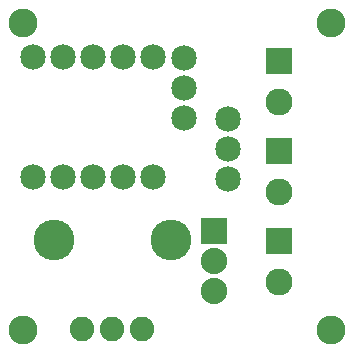
<source format=gbs>
G04 MADE WITH FRITZING*
G04 WWW.FRITZING.ORG*
G04 DOUBLE SIDED*
G04 HOLES PLATED*
G04 CONTOUR ON CENTER OF CONTOUR VECTOR*
%ASAXBY*%
%FSLAX23Y23*%
%MOIN*%
%OFA0B0*%
%SFA1.0B1.0*%
%ADD10C,0.085000*%
%ADD11C,0.090000*%
%ADD12C,0.081889*%
%ADD13C,0.081917*%
%ADD14C,0.134033*%
%ADD15C,0.088000*%
%ADD16C,0.096614*%
%ADD17C,0.135984*%
%ADD18R,0.090000X0.090000*%
%ADD19R,0.088000X0.088000*%
%LNMASK0*%
G90*
G70*
G54D10*
X212Y988D03*
X212Y588D03*
X312Y988D03*
X312Y588D03*
X113Y588D03*
X113Y988D03*
X412Y988D03*
X412Y588D03*
X512Y989D03*
X512Y589D03*
G54D11*
X933Y377D03*
X933Y239D03*
G54D10*
X761Y781D03*
X761Y681D03*
X761Y581D03*
X614Y786D03*
X614Y886D03*
X614Y986D03*
G54D12*
X276Y84D03*
X376Y84D03*
G54D13*
X476Y84D03*
G54D14*
X181Y380D03*
X570Y380D03*
G54D15*
X715Y408D03*
X715Y308D03*
X715Y208D03*
G54D11*
X933Y677D03*
X933Y539D03*
X933Y977D03*
X933Y839D03*
G54D16*
X78Y1103D03*
X1104Y1103D03*
X1104Y79D03*
X78Y79D03*
G54D17*
X181Y378D03*
X570Y378D03*
G54D18*
X933Y377D03*
G54D19*
X715Y408D03*
G54D18*
X933Y677D03*
X933Y977D03*
G04 End of Mask0*
M02*
</source>
